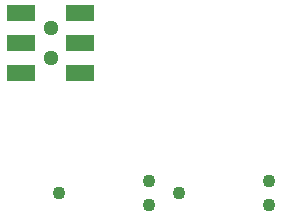
<source format=gbs>
%TF.GenerationSoftware,KiCad,Pcbnew,(5.1.6-0-10_14)*%
%TF.CreationDate,2021-08-10T12:06:40-04:00*%
%TF.ProjectId,fanboard,66616e62-6f61-4726-942e-6b696361645f,rev?*%
%TF.SameCoordinates,Original*%
%TF.FileFunction,Soldermask,Bot*%
%TF.FilePolarity,Negative*%
%FSLAX46Y46*%
G04 Gerber Fmt 4.6, Leading zero omitted, Abs format (unit mm)*
G04 Created by KiCad (PCBNEW (5.1.6-0-10_14)) date 2021-08-10 12:06:40*
%MOMM*%
%LPD*%
G01*
G04 APERTURE LIST*
%ADD10C,1.091000*%
%ADD11C,1.293800*%
%ADD12R,2.390000X1.370000*%
G04 APERTURE END LIST*
D10*
%TO.C,J3*%
X159365000Y-127700000D03*
X166985000Y-126685000D03*
X166985000Y-128715000D03*
%TD*%
%TO.C,J2*%
X149206001Y-127700000D03*
X156826001Y-126685000D03*
X156826001Y-128715000D03*
%TD*%
D11*
%TO.C,J1*%
X148500000Y-113730000D03*
X148500000Y-116270000D03*
D12*
X151025000Y-117540000D03*
X151025000Y-115000000D03*
X151025000Y-112460000D03*
X145975000Y-117540000D03*
X145975000Y-115000000D03*
X145975000Y-112460000D03*
%TD*%
M02*

</source>
